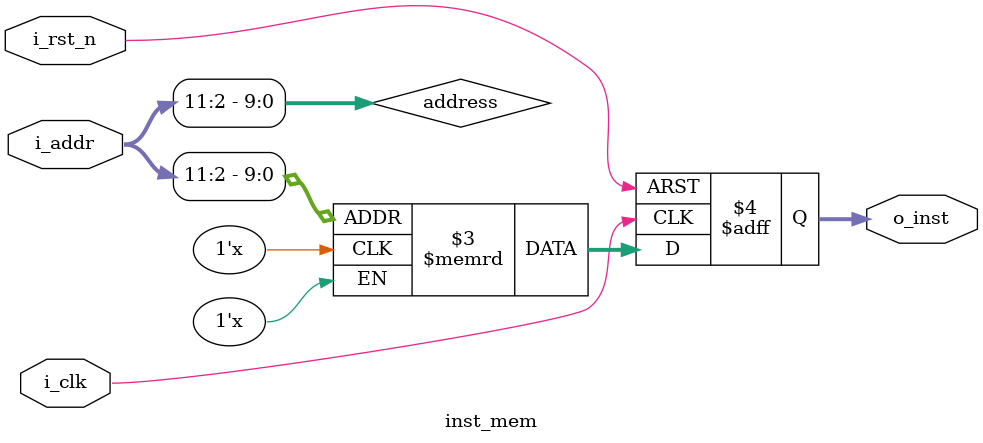
<source format=v>
module inst_mem #(                            
	parameter WORD_W = 32,    // word length in one memory
    parameter WORD_D = 1024,  // numbers of memory in inst_mem
    parameter ADDR_W = 32     // numbers of bits in address
)(
	input                   i_clk,
	input                   i_rst_n,
	input      [ADDR_W-1:0] i_addr,
	output reg [WORD_W-1:0] o_inst
);	

wire [9:0]        address;
reg  [WORD_W-1:0] memory_r [0:WORD_D-1]; // initalize in tb

assign address = i_addr[11:2];

always @(posedge i_clk or negedge i_rst_n) begin
    if(!i_rst_n) begin
        o_inst <= 0;
    end else begin
        o_inst <= memory_r[address];
    end
end

endmodule
</source>
